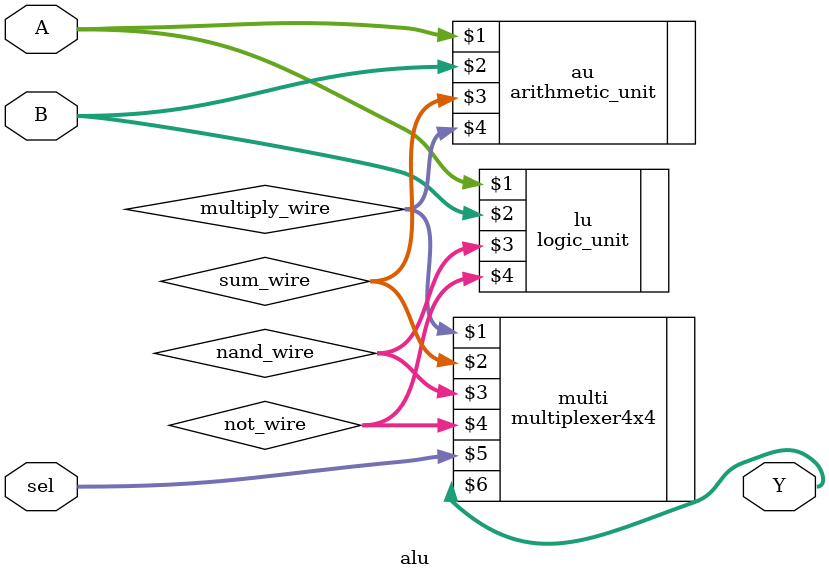
<source format=v>
  
/*--  *******************************************************
--  Computer Architecture Course, Laboratory Sources 
--  Amirkabir University of Technology (Tehran Polytechnic)
--  Department of Computer Engineering (CE-AUT)
--  https://ce[dot]aut[dot]ac[dot]ir
--  *******************************************************
--  All Rights reserved (C) 2019-2020
--  *******************************************************
--  Student ID  : 9831009 
--  Student Name: Sina amininasab
--  Student Mail: sina3050@gmail.com
--  *******************************************************
--  Additional Comments:
--
--*/

/*-----------------------------------------------------------
---  Module Name: Arithmetic and Logic Unit
---  Description: Lab 08
-----------------------------------------------------------*/
`timescale 1 ns/1 ns

module alu (
	input [1:0] A ,
	input [1:0] B ,
	input [1:0]	sel ,
	output [3:0] Y
);

	/* write your code here */
	wire [3:0] not_wire,nand_wire;
	logic_unit lu(A,B,nand_wire,not_wire);
	
	wire [3:0] sum_wire, multiply_wire;
	arithmetic_unit au(A,B,sum_wire,multiply_wire);
	
	/* write your code here */


	// use multiplexer4x4 here
	multiplexer4x4 multi(multiply_wire,sum_wire,nand_wire,not_wire,sel,Y);
	
	
	
endmodule

</source>
